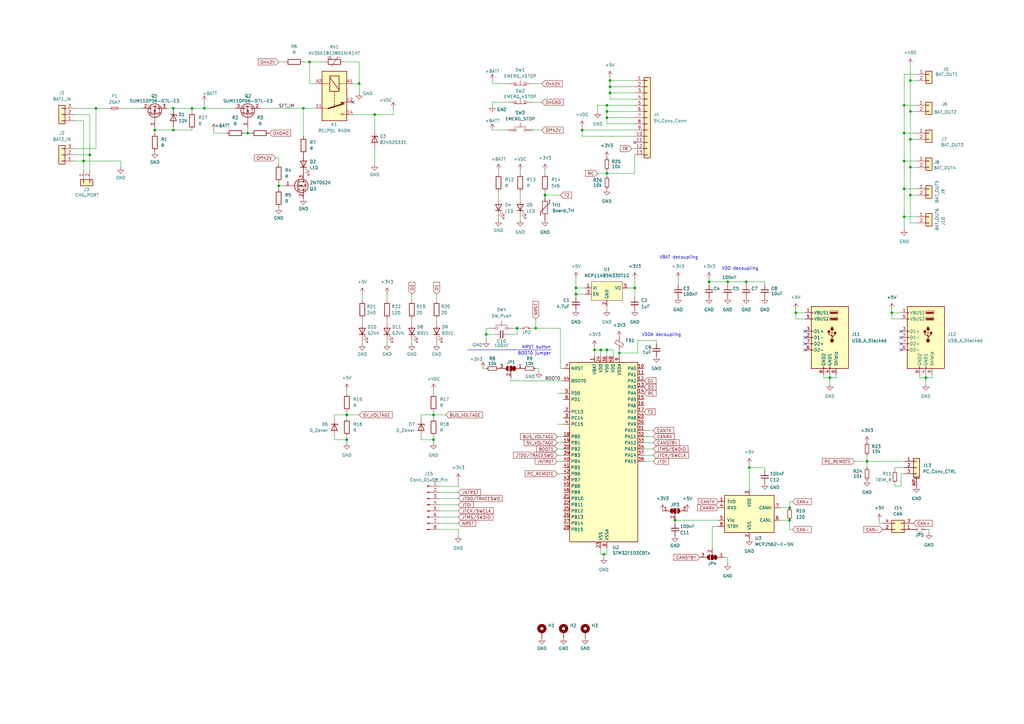
<source format=kicad_sch>
(kicad_sch (version 20231120) (generator "eeschema") (generator_version "8.0")
  (paper "A3")
  (junction (at 370.84 66.04))
  (junction (at 177.8 180.34))
  (junction (at 290.83 115.57))
  (junction (at 373.38 33.02))
  (junction (at 236.22 118.11))
  (junction (at 365.76 128.27))
  (junction (at 276.86 213.36))
  (junction (at 142.24 170.18))
  (junction (at 71.12 44.45))
  (junction (at 63.5 53.34))
  (junction (at 323.85 208.28))
  (junction (at 223.52 80.01))
  (junction (at 247.65 227.33))
  (junction (at 250.19 38.1))
  (junction (at 307.34 191.77))
  (junction (at 370.84 88.9))
  (junction (at 78.74 44.45))
  (junction (at 114.3 76.2))
  (junction (at 355.6 189.23))
  (junction (at 306.07 115.57))
  (junction (at 298.45 115.57))
  (junction (at 373.38 68.58))
  (junction (at 177.8 170.18))
  (junction (at 127 25.4))
  (junction (at 370.84 43.18))
  (junction (at 340.36 154.94))
  (junction (at 370.84 54.61))
  (junction (at 36.83 63.5))
  (junction (at 248.92 43.18))
  (junction (at 243.84 143.51))
  (junction (at 323.85 213.36))
  (junction (at 326.39 128.27))
  (junction (at 379.73 154.94))
  (junction (at 248.92 71.12))
  (junction (at 373.38 45.72))
  (junction (at 124.46 44.45))
  (junction (at 83.82 44.45))
  (junction (at 238.76 53.34))
  (junction (at 142.24 180.34))
  (junction (at 147.32 34.29))
  (junction (at 260.35 118.11))
  (junction (at 39.37 44.45))
  (junction (at 254 144.78))
  (junction (at 250.19 33.02))
  (junction (at 373.38 57.15))
  (junction (at 71.12 53.34))
  (junction (at 248.92 143.51))
  (junction (at 236.22 120.65))
  (junction (at 199.39 137.16))
  (junction (at 248.92 45.72))
  (junction (at 370.84 77.47))
  (junction (at 373.38 80.01))
  (junction (at 101.6 54.61))
  (junction (at 250.19 35.56))
  (junction (at 34.29 66.04))
  (junction (at 219.71 134.62))
  (junction (at 246.38 143.51))
  (junction (at 248.92 48.26))
  (junction (at 153.67 46.99))
  (junction (at 212.09 134.62))
  (no_connect (at 369.57 143.51))
  (no_connect (at 369.57 140.97))
  (no_connect (at 330.2 140.97))
  (no_connect (at 369.57 138.43))
  (no_connect (at 369.57 135.89))
  (no_connect (at 330.2 138.43))
  (no_connect (at 260.35 58.42))
  (no_connect (at 330.2 143.51))
  (no_connect (at 330.2 135.89))
  (no_connect (at 144.78 41.91))
  (wire (pts (xy 201.93 53.34) (xy 208.28 53.34)))
  (wire (pts (xy 298.45 115.57) (xy 306.07 115.57)))
  (wire (pts (xy 370.84 54.61) (xy 370.84 66.04)))
  (wire (pts (xy 71.12 44.45) (xy 78.74 44.45)))
  (wire (pts (xy 228.6 173.99) (xy 231.14 173.99)))
  (wire (pts (xy 246.38 143.51) (xy 246.38 146.05)))
  (wire (pts (xy 236.22 120.65) (xy 236.22 121.92)))
  (wire (pts (xy 269.24 139.7) (xy 269.24 140.97)))
  (wire (pts (xy 238.76 53.34) (xy 260.35 53.34)))
  (wire (pts (xy 222.25 53.34) (xy 218.44 53.34)))
  (wire (pts (xy 313.69 191.77) (xy 313.69 193.04)))
  (wire (pts (xy 39.37 44.45) (xy 44.45 44.45)))
  (wire (pts (xy 369.57 128.27) (xy 365.76 128.27)))
  (wire (pts (xy 36.83 46.99) (xy 36.83 63.5)))
  (wire (pts (xy 375.92 77.47) (xy 370.84 77.47)))
  (wire (pts (xy 367.03 193.04) (xy 367.03 191.77)))
  (wire (pts (xy 148.59 130.81) (xy 148.59 132.08)))
  (wire (pts (xy 30.48 44.45) (xy 39.37 44.45)))
  (wire (pts (xy 114.3 64.77) (xy 114.3 67.31)))
  (wire (pts (xy 30.48 60.96) (xy 39.37 60.96)))
  (wire (pts (xy 260.35 118.11) (xy 260.35 121.92)))
  (wire (pts (xy 337.82 154.94) (xy 340.36 154.94)))
  (wire (pts (xy 326.39 127) (xy 326.39 128.27)))
  (wire (pts (xy 326.39 128.27) (xy 326.39 130.81)))
  (wire (pts (xy 267.97 186.69) (xy 264.16 186.69)))
  (wire (pts (xy 127 25.4) (xy 127 34.29)))
  (wire (pts (xy 250.19 33.02) (xy 250.19 35.56)))
  (wire (pts (xy 373.38 26.67) (xy 373.38 33.02)))
  (wire (pts (xy 124.46 44.45) (xy 129.54 44.45)))
  (wire (pts (xy 34.29 66.04) (xy 34.29 69.85)))
  (wire (pts (xy 78.74 44.45) (xy 83.82 44.45)))
  (wire (pts (xy 355.6 189.23) (xy 370.84 189.23)))
  (wire (pts (xy 158.75 139.7) (xy 158.75 140.97)))
  (wire (pts (xy 257.81 118.11) (xy 260.35 118.11)))
  (wire (pts (xy 172.72 170.18) (xy 177.8 170.18)))
  (wire (pts (xy 158.75 130.81) (xy 158.75 132.08)))
  (wire (pts (xy 373.38 80.01) (xy 373.38 91.44)))
  (wire (pts (xy 367.03 199.39) (xy 367.03 198.12)))
  (wire (pts (xy 158.75 120.65) (xy 158.75 123.19)))
  (wire (pts (xy 313.69 191.77) (xy 307.34 191.77)))
  (wire (pts (xy 148.59 139.7) (xy 148.59 140.97)))
  (wire (pts (xy 355.6 189.23) (xy 355.6 186.69)))
  (wire (pts (xy 245.11 71.12) (xy 248.92 71.12)))
  (wire (pts (xy 365.76 128.27) (xy 365.76 130.81)))
  (wire (pts (xy 276.86 213.36) (xy 294.64 213.36)))
  (wire (pts (xy 101.6 52.07) (xy 101.6 54.61)))
  (wire (pts (xy 168.91 130.81) (xy 168.91 132.08)))
  (wire (pts (xy 201.93 41.91) (xy 208.28 41.91)))
  (wire (pts (xy 168.91 139.7) (xy 168.91 140.97)))
  (wire (pts (xy 213.36 88.9) (xy 213.36 90.17)))
  (wire (pts (xy 177.8 181.61) (xy 177.8 180.34)))
  (wire (pts (xy 137.16 171.45) (xy 137.16 170.18)))
  (wire (pts (xy 201.93 33.02) (xy 201.93 34.29)))
  (wire (pts (xy 323.85 217.17) (xy 325.12 217.17)))
  (wire (pts (xy 177.8 168.91) (xy 177.8 170.18)))
  (wire (pts (xy 340.36 154.94) (xy 340.36 157.48)))
  (wire (pts (xy 228.6 179.07) (xy 231.14 179.07)))
  (wire (pts (xy 267.97 181.61) (xy 264.16 181.61)))
  (wire (pts (xy 340.36 153.67) (xy 340.36 154.94)))
  (wire (pts (xy 63.5 53.34) (xy 63.5 54.61)))
  (wire (pts (xy 370.84 30.48) (xy 370.84 43.18)))
  (wire (pts (xy 223.52 80.01) (xy 229.87 80.01)))
  (wire (pts (xy 238.76 52.07) (xy 238.76 53.34)))
  (wire (pts (xy 340.36 154.94) (xy 342.9 154.94)))
  (wire (pts (xy 236.22 114.3) (xy 236.22 118.11)))
  (wire (pts (xy 370.84 66.04) (xy 370.84 77.47)))
  (wire (pts (xy 222.25 34.29) (xy 218.44 34.29)))
  (wire (pts (xy 370.84 88.9) (xy 370.84 93.98)))
  (wire (pts (xy 267.97 184.15) (xy 264.16 184.15)))
  (wire (pts (xy 248.92 43.18) (xy 248.92 45.72)))
  (wire (pts (xy 375.92 80.01) (xy 373.38 80.01)))
  (wire (pts (xy 180.34 204.47) (xy 187.96 204.47)))
  (wire (pts (xy 147.32 34.29) (xy 144.78 34.29)))
  (wire (pts (xy 306.07 116.84) (xy 306.07 115.57)))
  (wire (pts (xy 161.29 44.45) (xy 161.29 46.99)))
  (wire (pts (xy 144.78 46.99) (xy 153.67 46.99)))
  (wire (pts (xy 250.19 40.64) (xy 260.35 40.64)))
  (wire (pts (xy 179.07 139.7) (xy 179.07 140.97)))
  (wire (pts (xy 87.63 53.34) (xy 87.63 54.61)))
  (wire (pts (xy 83.82 41.91) (xy 83.82 44.45)))
  (wire (pts (xy 375.92 68.58) (xy 373.38 68.58)))
  (wire (pts (xy 78.74 44.45) (xy 78.74 45.72)))
  (wire (pts (xy 201.93 41.91) (xy 201.93 43.18)))
  (wire (pts (xy 307.34 190.5) (xy 307.34 191.77)))
  (wire (pts (xy 298.45 115.57) (xy 298.45 116.84)))
  (wire (pts (xy 323.85 217.17) (xy 323.85 213.36)))
  (wire (pts (xy 248.92 71.12) (xy 248.92 72.39)))
  (wire (pts (xy 307.34 191.77) (xy 307.34 200.66)))
  (wire (pts (xy 30.48 63.5) (xy 36.83 63.5)))
  (wire (pts (xy 68.58 44.45) (xy 71.12 44.45)))
  (wire (pts (xy 278.13 114.3) (xy 278.13 116.84)))
  (wire (pts (xy 212.09 137.16) (xy 208.28 137.16)))
  (wire (pts (xy 228.6 194.31) (xy 231.14 194.31)))
  (wire (pts (xy 83.82 44.45) (xy 96.52 44.45)))
  (wire (pts (xy 114.3 25.4) (xy 116.84 25.4)))
  (wire (pts (xy 254 144.78) (xy 254 143.51)))
  (wire (pts (xy 243.84 146.05) (xy 243.84 143.51)))
  (wire (pts (xy 375.92 45.72) (xy 373.38 45.72)))
  (wire (pts (xy 375.92 30.48) (xy 370.84 30.48)))
  (wire (pts (xy 292.1 215.9) (xy 292.1 224.79)))
  (wire (pts (xy 199.39 137.16) (xy 203.2 137.16)))
  (wire (pts (xy 375.92 66.04) (xy 370.84 66.04)))
  (wire (pts (xy 245.11 45.72) (xy 245.11 43.18)))
  (wire (pts (xy 180.34 209.55) (xy 187.96 209.55)))
  (wire (pts (xy 313.69 116.84) (xy 313.69 115.57)))
  (wire (pts (xy 229.87 134.62) (xy 219.71 134.62)))
  (wire (pts (xy 223.52 69.85) (xy 223.52 71.12)))
  (wire (pts (xy 127 34.29) (xy 129.54 34.29)))
  (wire (pts (xy 142.24 160.02) (xy 142.24 161.29)))
  (wire (pts (xy 30.48 49.53) (xy 34.29 49.53)))
  (wire (pts (xy 71.12 53.34) (xy 63.5 53.34)))
  (wire (pts (xy 49.53 44.45) (xy 58.42 44.45)))
  (wire (pts (xy 218.44 134.62) (xy 219.71 134.62)))
  (wire (pts (xy 248.92 143.51) (xy 248.92 146.05)))
  (wire (pts (xy 250.19 38.1) (xy 250.19 40.64)))
  (wire (pts (xy 248.92 71.12) (xy 260.35 71.12)))
  (wire (pts (xy 248.92 45.72) (xy 248.92 48.26)))
  (wire (pts (xy 365.76 127) (xy 365.76 128.27)))
  (wire (pts (xy 337.82 153.67) (xy 337.82 154.94)))
  (wire (pts (xy 367.03 191.77) (xy 370.84 191.77)))
  (wire (pts (xy 248.92 48.26) (xy 248.92 50.8)))
  (wire (pts (xy 373.38 45.72) (xy 373.38 57.15)))
  (wire (pts (xy 147.32 170.18) (xy 142.24 170.18)))
  (wire (pts (xy 377.19 153.67) (xy 377.19 154.94)))
  (wire (pts (xy 177.8 160.02) (xy 177.8 161.29)))
  (wire (pts (xy 30.48 46.99) (xy 36.83 46.99)))
  (wire (pts (xy 260.35 38.1) (xy 250.19 38.1)))
  (wire (pts (xy 180.34 201.93) (xy 187.96 201.93)))
  (wire (pts (xy 114.3 74.93) (xy 114.3 76.2)))
  (wire (pts (xy 373.38 91.44) (xy 375.92 91.44)))
  (wire (pts (xy 264.16 189.23) (xy 267.97 189.23)))
  (wire (pts (xy 330.2 130.81) (xy 326.39 130.81)))
  (wire (pts (xy 220.98 151.13) (xy 219.71 151.13)))
  (wire (pts (xy 382.27 154.94) (xy 382.27 153.67)))
  (wire (pts (xy 228.6 161.29) (xy 231.14 161.29)))
  (wire (pts (xy 375.92 33.02) (xy 373.38 33.02)))
  (wire (pts (xy 101.6 54.61) (xy 102.87 54.61)))
  (wire (pts (xy 360.68 213.36) (xy 360.68 214.63)))
  (wire (pts (xy 251.46 143.51) (xy 251.46 146.05)))
  (wire (pts (xy 153.67 60.96) (xy 153.67 67.31)))
  (wire (pts (xy 228.6 186.69) (xy 231.14 186.69)))
  (wire (pts (xy 251.46 143.51) (xy 248.92 143.51)))
  (wire (pts (xy 370.84 77.47) (xy 370.84 88.9)))
  (wire (pts (xy 248.92 69.85) (xy 248.92 71.12)))
  (wire (pts (xy 78.74 53.34) (xy 71.12 53.34)))
  (wire (pts (xy 114.3 76.2) (xy 114.3 77.47)))
  (wire (pts (xy 313.69 115.57) (xy 306.07 115.57)))
  (wire (pts (xy 213.36 78.74) (xy 213.36 81.28)))
  (wire (pts (xy 137.16 180.34) (xy 137.16 179.07)))
  (wire (pts (xy 245.11 43.18) (xy 248.92 43.18)))
  (wire (pts (xy 220.98 151.13) (xy 220.98 152.4)))
  (wire (pts (xy 375.92 57.15) (xy 373.38 57.15)))
  (wire (pts (xy 248.92 227.33) (xy 247.65 227.33)))
  (wire (pts (xy 179.07 120.65) (xy 179.07 123.19)))
  (wire (pts (xy 30.48 66.04) (xy 34.29 66.04)))
  (wire (pts (xy 137.16 170.18) (xy 142.24 170.18)))
  (wire (pts (xy 219.71 130.81) (xy 219.71 134.62)))
  (wire (pts (xy 172.72 180.34) (xy 177.8 180.34)))
  (wire (pts (xy 204.47 69.85) (xy 204.47 71.12)))
  (wire (pts (xy 238.76 55.88) (xy 238.76 53.34)))
  (wire (pts (xy 106.68 44.45) (xy 124.46 44.45)))
  (wire (pts (xy 179.07 130.81) (xy 179.07 132.08)))
  (wire (pts (xy 248.92 125.73) (xy 248.92 127)))
  (wire (pts (xy 290.83 114.3) (xy 290.83 115.57)))
  (wire (pts (xy 369.57 194.31) (xy 369.57 199.39)))
  (wire (pts (xy 254 146.05) (xy 254 144.78)))
  (wire (pts (xy 248.92 48.26) (xy 260.35 48.26)))
  (wire (pts (xy 264.16 176.53) (xy 267.97 176.53)))
  (wire (pts (xy 379.73 154.94) (xy 379.73 157.48)))
  (wire (pts (xy 370.84 43.18) (xy 370.84 54.61)))
  (wire (pts (xy 261.62 139.7) (xy 269.24 139.7)))
  (wire (pts (xy 320.04 208.28) (xy 323.85 208.28)))
  (wire (pts (xy 254 144.78) (xy 261.62 144.78)))
  (polyline (pts (xy 191.77 143.51) (xy 226.06 143.51)))
  (wire (pts (xy 137.16 180.34) (xy 142.24 180.34)))
  (wire (pts (xy 250.19 35.56) (xy 250.19 38.1)))
  (wire (pts (xy 260.35 71.12) (xy 260.35 63.5)))
  (wire (pts (xy 34.29 66.04) (xy 49.53 66.04)))
  (wire (pts (xy 248.92 143.51) (xy 246.38 143.51)))
  (wire (pts (xy 198.12 151.13) (xy 199.39 151.13)))
  (wire (pts (xy 153.67 46.99) (xy 161.29 46.99)))
  (wire (pts (xy 379.73 154.94) (xy 382.27 154.94)))
  (wire (pts (xy 294.64 215.9) (xy 292.1 215.9)))
  (wire (pts (xy 200.66 134.62) (xy 199.39 134.62)))
  (wire (pts (xy 140.97 25.4) (xy 147.32 25.4)))
  (wire (pts (xy 209.55 154.94) (xy 209.55 156.21)))
  (wire (pts (xy 260.35 33.02) (xy 250.19 33.02)))
  (wire (pts (xy 375.92 43.18) (xy 370.84 43.18)))
  (wire (pts (xy 323.85 205.74) (xy 325.12 205.74)))
  (wire (pts (xy 238.76 55.88) (xy 260.35 55.88)))
  (wire (pts (xy 180.34 207.01) (xy 187.96 207.01)))
  (wire (pts (xy 360.68 214.63) (xy 361.95 214.63)))
  (wire (pts (xy 236.22 118.11) (xy 240.03 118.11)))
  (wire (pts (xy 248.92 50.8) (xy 260.35 50.8)))
  (wire (pts (xy 147.32 25.4) (xy 147.32 34.29)))
  (wire (pts (xy 213.36 69.85) (xy 213.36 71.12)))
  (wire (pts (xy 204.47 88.9) (xy 204.47 90.17)))
  (wire (pts (xy 261.62 144.78) (xy 261.62 139.7)))
  (wire (pts (xy 247.65 227.33) (xy 247.65 228.6)))
  (wire (pts (xy 142.24 180.34) (xy 142.24 179.07)))
  (wire (pts (xy 199.39 137.16) (xy 199.39 139.7)))
  (wire (pts (xy 168.91 120.65) (xy 168.91 123.19)))
  (wire (pts (xy 142.24 181.61) (xy 142.24 180.34)))
  (wire (pts (xy 222.25 41.91) (xy 218.44 41.91)))
  (wire (pts (xy 240.03 120.65) (xy 236.22 120.65)))
  (wire (pts (xy 350.52 189.23) (xy 355.6 189.23)))
  (wire (pts (xy 101.6 54.61) (xy 100.33 54.61)))
  (wire (pts (xy 229.87 134.62) (xy 229.87 151.13)))
  (wire (pts (xy 187.96 199.39) (xy 187.96 196.85)))
  (wire (pts (xy 63.5 53.34) (xy 63.5 52.07)))
  (wire (pts (xy 127 25.4) (xy 133.35 25.4)))
  (wire (pts (xy 379.73 217.17) (xy 381 217.17)))
  (wire (pts (xy 177.8 170.18) (xy 177.8 171.45)))
  (wire (pts (xy 180.34 212.09) (xy 187.96 212.09)))
  (wire (pts (xy 210.82 134.62) (xy 212.09 134.62)))
  (wire (pts (xy 229.87 151.13) (xy 231.14 151.13)))
  (wire (pts (xy 377.19 154.94) (xy 379.73 154.94)))
  (wire (pts (xy 34.29 49.53) (xy 34.29 66.04)))
  (wire (pts (xy 264.16 179.07) (xy 267.97 179.07)))
  (wire (pts (xy 298.45 228.6) (xy 298.45 231.14)))
  (wire (pts (xy 228.6 184.15) (xy 231.14 184.15)))
  (wire (pts (xy 223.52 78.74) (xy 223.52 80.01)))
  (wire (pts (xy 212.09 134.62) (xy 213.36 134.62)))
  (wire (pts (xy 71.12 52.07) (xy 71.12 53.34)))
  (wire (pts (xy 248.92 224.79) (xy 248.92 227.33)))
  (wire (pts (xy 113.03 64.77) (xy 114.3 64.77)))
  (wire (pts (xy 260.35 35.56) (xy 250.19 35.56)))
  (wire (pts (xy 147.32 34.29) (xy 147.32 38.1)))
  (wire (pts (xy 172.72 171.45) (xy 172.72 170.18)))
  (wire (pts (xy 172.72 180.34) (xy 172.72 179.07)))
  (wire (pts (xy 323.85 205.74) (xy 323.85 208.28)))
  (wire (pts (xy 180.34 199.39) (xy 187.96 199.39)))
  (wire (pts (xy 260.35 114.3) (xy 260.35 118.11)))
  (wire (pts (xy 201.93 34.29) (xy 208.28 34.29)))
  (wire (pts (xy 370.84 88.9) (xy 375.92 88.9)))
  (wire (pts (xy 36.83 63.5) (xy 36.83 69.85)))
  (wire (pts (xy 373.38 33.02) (xy 373.38 45.72)))
  (wire (pts (xy 260.35 60.96) (xy 259.08 60.96)))
  (wire (pts (xy 124.46 44.45) (xy 124.46 55.88)))
  (wire (pts (xy 49.53 66.04) (xy 49.53 68.58)))
  (wire (pts (xy 114.3 76.2) (xy 116.84 76.2)))
  (wire (pts (xy 342.9 154.94) (xy 342.9 153.67)))
  (wire (pts (xy 379.73 153.67) (xy 379.73 154.94)))
  (wire (pts (xy 39.37 60.96) (xy 39.37 44.45)))
  (wire (pts (xy 369.57 194.31) (xy 370.84 194.31)))
  (wire (pts (xy 290.83 115.57) (xy 298.45 115.57)))
  (wire (pts (xy 236.22 120.65) (xy 236.22 118.11)))
  (wire (pts (xy 330.2 128.27) (xy 326.39 128.27)))
  (wire (pts (xy 369.57 199.39) (xy 367.03 199.39)))
  (wire (pts (xy 87.63 54.61) (xy 92.71 54.61)))
  (wire (pts (xy 246.38 224.79) (xy 246.38 227.33)))
  (wire (pts (xy 124.46 25.4) (xy 127 25.4)))
  (wire (pts (xy 355.6 189.23) (xy 355.6 191.77)))
  (wire (pts (xy 290.83 115.57) (xy 290.83 116.84)))
  (wire (pts (xy 248.92 45.72) (xy 260.35 45.72)))
  (wire (pts (xy 369.57 130.81) (xy 365.76 130.81)))
  (wire (pts (xy 180.34 217.17) (xy 187.96 217.17)))
  (wire (pts (xy 182.88 170.18) (xy 177.8 170.18)))
  (wire (pts (xy 250.19 31.75) (xy 250.19 33.02)))
  (wire (pts (xy 204.47 78.74) (xy 204.47 81.28)))
  (wire (pts (xy 276.86 214.63) (xy 276.86 213.36)))
  (wire (pts (xy 381 217.17) (xy 381 218.44)))
  (wire (pts (xy 260.35 43.18) (xy 248.92 43.18)))
  (wire (pts (xy 142.24 170.18) (xy 142.24 171.45)))
  (wire (pts (xy 148.59 120.65) (xy 148.59 123.19)))
  (wire (pts (xy 177.8 180.34) (xy 177.8 179.07)))
  (wire (pts (xy 243.84 142.24) (xy 243.84 143.51)))
  (wire (pts (xy 142.24 168.91) (xy 142.24 170.18)))
  (wire (pts (xy 228.6 181.61) (xy 231.14 181.61)))
  (wire (pts (xy 373.38 57.15) (xy 373.38 68.58)))
  (wire (pts (xy 209.55 156.21) (xy 231.14 156.21)))
  (wire (pts (xy 243.84 143.51) (xy 246.38 143.51)))
  (wire (pts (xy 297.18 228.6) (xy 298.45 228.6)))
  (wire (pts (xy 199.39 134.62) (xy 199.39 137.16)))
  (wire (pts (xy 180.34 214.63) (xy 187.96 214.63)))
  (wire (pts (xy 228.6 189.23) (xy 231.14 189.23)))
  (wire (pts (xy 375.92 54.61) (xy 370.84 54.61)))
  (wire (pts (xy 373.38 68.58) (xy 373.38 80.01)))
  (wire (pts (xy 246.38 227.33) (xy 247.65 227.33)))
  (wire (pts (xy 187.96 217.17) (xy 187.96 219.71)))
  (wire (pts (xy 212.09 137.16) (xy 212.09 134.62)))
  (wire (pts (xy 153.67 46.99) (xy 153.67 53.34)))
  (wire (pts (xy 320.04 213.36) (xy 323.85 213.36)))
  (text "VBAT decoupling" (at 278.384 105.664 0) (effects (font (size 1.27 1.27))))
  (text "BOOT0 jumper" (at 219.202 145.034 0) (effects (font (size 1.27 1.27))))
  (text "VDD decoupling\n" (at 303.53 110.236 0) (effects (font (size 1.27 1.27))))
  (text "NRST button" (at 219.964 142.494 0) (effects (font (size 1.27 1.27))))
  (text "VDDA decoupling" (at 271.272 137.414 0) (effects (font (size 1.27 1.27))))
  (label "BOOT0" (at 223.52 156.21 0))
  (label "SFT_IM" (at 114.3 44.45 0))
  (global_label "D2" (shape input) (at 264.16 158.75 0) (property "Intersheetrefs" "${INTERSHEET_REFS}" (effects (hide yes))))
  (global_label "JTDI" (shape input) (at 267.97 189.23 0) (property "Intersheetrefs" "${INTERSHEET_REFS}" (effects (hide yes))))
  (global_label "CAN-" (shape input) (at 361.95 217.17 180) (property "Intersheetrefs" "${INTERSHEET_REFS}" (effects (hide yes))))
  (global_label "JTCK{slash}SWCLK" (shape input) (at 187.96 209.55 0) (property "Intersheetrefs" "${INTERSHEET_REFS}" (effects (hide yes))))
  (global_label "Off42V" (shape input) (at 113.03 64.77 180) (property "Intersheetrefs" "${INTERSHEET_REFS}" (effects (hide yes))))
  (global_label "T2" (shape input) (at 229.87 80.01 0) (property "Intersheetrefs" "${INTERSHEET_REFS}" (effects (hide yes))))
  (global_label "CANRX" (shape input) (at 267.97 179.07 0) (property "Intersheetrefs" "${INTERSHEET_REFS}" (effects (hide yes))))
  (global_label "CAN+" (shape input) (at 374.65 214.63 0) (property "Intersheetrefs" "${INTERSHEET_REFS}" (effects (hide yes))))
  (global_label "CANRX" (shape input) (at 294.64 208.28 180) (property "Intersheetrefs" "${INTERSHEET_REFS}" (effects (hide yes))))
  (global_label "BUS_VOLTAGE" (shape input) (at 182.88 170.18 0) (property "Intersheetrefs" "${INTERSHEET_REFS}" (effects (hide yes))))
  (global_label "Off42V" (shape input) (at 222.25 53.34 0) (property "Intersheetrefs" "${INTERSHEET_REFS}" (effects (hide yes))))
  (global_label "RC" (shape input) (at 245.11 71.12 180) (property "Intersheetrefs" "${INTERSHEET_REFS}" (effects (hide yes))))
  (global_label "NRST" (shape input) (at 187.96 214.63 0) (property "Intersheetrefs" "${INTERSHEET_REFS}" (effects (hide yes))))
  (global_label "JTDI" (shape input) (at 187.96 207.01 0) (property "Intersheetrefs" "${INTERSHEET_REFS}" (effects (hide yes))))
  (global_label "JTDO{slash}TRACESWO" (shape input) (at 187.96 204.47 0) (property "Intersheetrefs" "${INTERSHEET_REFS}" (effects (hide yes))))
  (global_label "CANSTBY" (shape input) (at 267.97 181.61 0) (property "Intersheetrefs" "${INTERSHEET_REFS}" (effects (hide yes))))
  (global_label "D1" (shape input) (at 264.16 156.21 0) (property "Intersheetrefs" "${INTERSHEET_REFS}" (effects (hide yes))))
  (global_label "OnGND" (shape input) (at 110.49 54.61 0) (property "Intersheetrefs" "${INTERSHEET_REFS}" (effects (hide yes))))
  (global_label "BUS_VOLTAGE" (shape input) (at 228.6 179.07 180) (property "Intersheetrefs" "${INTERSHEET_REFS}" (effects (hide yes))))
  (global_label "NRST" (shape input) (at 219.71 130.81 90) (property "Intersheetrefs" "${INTERSHEET_REFS}" (effects (hide yes))))
  (global_label "CANTX" (shape input) (at 294.64 205.74 180) (property "Intersheetrefs" "${INTERSHEET_REFS}" (effects (hide yes))))
  (global_label "JTDO{slash}TRACESWO" (shape input) (at 228.6 186.69 180) (property "Intersheetrefs" "${INTERSHEET_REFS}" (effects (hide yes))))
  (global_label "JTMS{slash}SWDIO" (shape input) (at 187.96 212.09 0) (property "Intersheetrefs" "${INTERSHEET_REFS}" (effects (hide yes))))
  (global_label "T2" (shape input) (at 264.16 168.91 0) (property "Intersheetrefs" "${INTERSHEET_REFS}" (effects (hide yes))))
  (global_label "PC_REMOTE" (shape input) (at 228.6 194.31 180) (property "Intersheetrefs" "${INTERSHEET_REFS}" (effects (hide yes))))
  (global_label "On42V" (shape input) (at 114.3 25.4 180) (property "Intersheetrefs" "${INTERSHEET_REFS}" (effects (hide yes))))
  (global_label "JTCK{slash}SWCLK" (shape input) (at 267.97 186.69 0) (property "Intersheetrefs" "${INTERSHEET_REFS}" (effects (hide yes))))
  (global_label "JNTRST" (shape input) (at 187.96 201.93 0) (property "Intersheetrefs" "${INTERSHEET_REFS}" (effects (hide yes))))
  (global_label "PC_REMOTE" (shape input) (at 350.52 189.23 180) (property "Intersheetrefs" "${INTERSHEET_REFS}" (effects (hide yes))))
  (global_label "5V_VOLTAGE" (shape input) (at 228.6 181.61 180) (property "Intersheetrefs" "${INTERSHEET_REFS}" (effects (hide yes))))
  (global_label "On42V" (shape input) (at 222.25 34.29 0) (property "Intersheetrefs" "${INTERSHEET_REFS}" (effects (hide yes))))
  (global_label "CAN-" (shape input) (at 325.12 217.17 0) (property "Intersheetrefs" "${INTERSHEET_REFS}" (effects (hide yes))))
  (global_label "BOOT1" (shape input) (at 228.6 184.15 180) (property "Intersheetrefs" "${INTERSHEET_REFS}" (effects (hide yes))))
  (global_label "RC" (shape input) (at 264.16 161.29 0) (property "Intersheetrefs" "${INTERSHEET_REFS}" (effects (hide yes))))
  (global_label "CAN+" (shape input) (at 325.12 205.74 0) (property "Intersheetrefs" "${INTERSHEET_REFS}" (effects (hide yes))))
  (global_label "D2" (shape input) (at 168.91 120.65 90) (property "Intersheetrefs" "${INTERSHEET_REFS}" (effects (hide yes))))
  (global_label "TR" (shape input) (at 259.08 60.96 180) (property "Intersheetrefs" "${INTERSHEET_REFS}" (effects (hide yes))))
  (global_label "5V_VOLTAGE" (shape input) (at 147.32 170.18 0) (property "Intersheetrefs" "${INTERSHEET_REFS}" (effects (hide yes))))
  (global_label "CANSTBY" (shape input) (at 287.02 228.6 180) (property "Intersheetrefs" "${INTERSHEET_REFS}" (effects (hide yes))))
  (global_label "D1" (shape input) (at 179.07 120.65 90) (property "Intersheetrefs" "${INTERSHEET_REFS}" (effects (hide yes))))
  (global_label "JTMS{slash}SWDIO" (shape input) (at 267.97 184.15 0) (property "Intersheetrefs" "${INTERSHEET_REFS}" (effects (hide yes))))
  (global_label "CANTX" (shape input) (at 267.97 176.53 0) (property "Intersheetrefs" "${INTERSHEET_REFS}" (effects (hide yes))))
  (global_label "OnGND" (shape input) (at 222.25 41.91 0) (property "Intersheetrefs" "${INTERSHEET_REFS}" (effects (hide yes))))
  (global_label "JNTRST" (shape input) (at 228.6 189.23 180) (property "Intersheetrefs" "${INTERSHEET_REFS}" (effects (hide yes))))
  (symbol (lib_id "Switch:SW_Push_Open") (at 213.36 41.91 0) (unit 1)
    (property "Reference" "SW2" (at 213.36 37.338 0))
    (property "Value" "EMERG_nSTOP" (at 213.36 39.624 0))
    (property "Footprint" "firo_footprints:WAGO 2601-3102" (effects (hide yes)))
    (property "Description" "Push button switch, push-to-open, generic, two pins" (effects (hide yes)))
  )
  (symbol (lib_id "Switch:SW_Push") (at 213.36 53.34 0) (unit 1)
    (property "Reference" "SW3" (at 213.36 46.228 0))
    (property "Value" "EMERG_STOP" (at 213.36 48.768 0))
    (property "Footprint" "firo_footprints:WAGO 2601-3102" (effects (hide yes)))
    (property "Description" "Push button switch, generic, two pins" (effects (hide yes)))
  )
  (symbol (lib_id "Device:C_Small") (at 276.86 217.17 180) (unit 1)
    (property "Reference" "C11" (at 278.892 218.44 0) (effects (justify right)))
    (property "Value" "100nF" (at 278.892 215.9 0) (effects (justify right)))
    (property "Footprint" "Capacitor_SMD:C_0402_1005Metric" (effects (hide yes)))
    (property "Description" "Unpolarized capacitor, small symbol" (effects (hide yes)))
  )
  (symbol (lib_id "Connector_Generic:Conn_01x02") (at 381 66.04 0) (unit 1)
    (property "Reference" "J8" (at 385.318 66.548 0) (effects (justify right)))
    (property "Value" "BAT_OUT4" (at 392.176 68.834 0) (effects (justify right)))
    (property "Footprint" "Connector_AMASS:AMASS_XT60-F_1x02_P7.20mm_Vertical" (effects (hide yes)))
    (property "Description" "Generic connector, single row, 01x02, script generated (kicad-library-utils/schlib/autogen/connector/)" (effects (hide yes)))
  )
  (symbol (lib_id "power:+48V") (at 177.8 160.02 0) (unit 1)
    (property "Reference" "#PWR013" (effects (hide yes)))
    (property "Value" "+VDC" (at 177.8 155.448 0))
    (property "Description" "Power symbol creates a global label with name \"+48V\"" (effects (hide yes)))
  )
  (symbol (lib_id "power:GND") (at 187.96 219.71 0) (unit 1)
    (property "Reference" "#PWR016" (effects (hide yes)))
    (property "Value" "GND" (at 187.96 224.79 0))
    (property "Description" "Power symbol creates a global label with name \"GND\" , ground" (effects (hide yes)))
  )
  (symbol (lib_id "power:+3V3") (at 187.96 196.85 0) (unit 1)
    (property "Reference" "#PWR015" (effects (hide yes)))
    (property "Value" "+3V3" (at 187.96 191.77 0))
    (property "Description" "Power symbol creates a global label with name \"+3V3\"" (effects (hide yes)))
  )
  (symbol (lib_id "power:GND") (at 158.75 140.97 0) (unit 1)
    (property "Reference" "#PWR069" (effects (hide yes)))
    (property "Value" "GND" (at 158.75 145.288 0))
    (property "Description" "Power symbol creates a global label with name \"GND\" , ground" (effects (hide yes)))
  )
  (symbol (lib_id "power:GND") (at 204.47 90.17 0) (unit 1)
    (property "Reference" "#PWR02" (effects (hide yes)))
    (property "Value" "GND" (at 204.47 94.488 0))
    (property "Description" "Power symbol creates a global label with name \"GND\" , ground" (effects (hide yes)))
  )
  (symbol (lib_id "power:GND") (at 223.52 90.17 0) (unit 1)
    (property "Reference" "#PWR028" (effects (hide yes)))
    (property "Value" "GND" (at 223.52 95.25 0))
    (property "Description" "Power symbol creates a global label with name \"GND\" , ground" (effects (hide yes)))
  )
  (symbol (lib_id "Jumper:SolderJumper_3_Bridged12") (at 276.86 209.55 0) (unit 1) (exclude_from_sim yes) (in_bom no)
    (property "Reference" "JP3" (at 276.86 207.01 0))
    (property "Value" "SolderJumper_3_Bridged12" (effects (hide yes)))
    (property "Footprint" "Jumper:SolderJumper-3_P1.3mm_Bridged12_RoundedPad1.0x1.5mm" (effects (hide yes)))
    (property "Description" "3-pole Solder Jumper, pins 1+2 closed/bridged" (effects (hide yes)))
  )
  (symbol (lib_id "Device:R") (at 177.8 165.1 180) (unit 1)
    (property "Reference" "R17" (at 180.34 163.8299 0) (effects (justify right)))
    (property "Value" "R" (at 180.34 166.3699 0) (effects (justify right)))
    (property "Footprint" "Resistor_SMD:R_0402_1005Metric" (effects (hide yes)))
    (property "Description" "Resistor" (effects (hide yes)))
  )
  (symbol (lib_id "Device:D_Zener") (at 137.16 175.26 270) (unit 1)
    (property "Reference" "D6" (at 134.62 173.9899 90) (effects (justify right)))
    (property "Value" "D_Zener" (at 134.62 176.5299 90) (effects (justify right)))
    (property "Footprint" "Diode_SMD:D_SOD-523" (effects (hide yes)))
    (property "Description" "Zener diode" (effects (hide yes)))
  )
  (symbol (lib_id "Device:C_Small") (at 306.07 119.38 0) (unit 1)
    (property "Reference" "C7" (at 308.102 118.364 0) (effects (justify left)))
    (property "Value" "100nF" (at 296.164 113.792 0) (effects (justify left)))
    (property "Footprint" "Capacitor_SMD:C_0402_1005Metric" (effects (hide yes)))
    (property "Description" "Unpolarized capacitor, small symbol" (effects (hide yes)))
  )
  (symbol (lib_id "Device:R") (at 114.3 81.28 180) (unit 1)
    (property "Reference" "R5" (at 116.84 80.0099 0) (effects (justify right)))
    (property "Value" "R" (at 116.84 82.5499 0) (effects (justify right)))
    (property "Footprint" "Resistor_SMD:R_0402_1005Metric" (effects (hide yes)))
    (property "Description" "Resistor" (effects (hide yes)))
  )
  (symbol (lib_id "power:GND") (at 201.93 43.18 0) (unit 1)
    (property "Reference" "#PWR026" (effects (hide yes)))
    (property "Value" "GND" (at 205.74 44.958 0))
    (property "Description" "Power symbol creates a global label with name \"GND\" , ground" (effects (hide yes)))
  )
  (symbol (lib_id "power:+5V") (at 250.19 31.75 0) (mirror y) (unit 1)
    (property "Reference" "#PWR036" (effects (hide yes)))
    (property "Value" "+5V" (at 250.19 26.67 0))
    (property "Description" "Power symbol creates a global label with name \"+5V\"" (effects (hide yes)))
  )
  (symbol (lib_id "Device:R") (at 142.24 165.1 180) (unit 1)
    (property "Reference" "R15" (at 144.78 163.8299 0) (effects (justify right)))
    (property "Value" "R" (at 144.78 166.3699 0) (effects (justify right)))
    (property "Footprint" "Resistor_SMD:R_0402_1005Metric" (effects (hide yes)))
    (property "Description" "Resistor" (effects (hide yes)))
  )
  (symbol (lib_id "Device:D_Zener") (at 153.67 57.15 270) (unit 1)
    (property "Reference" "D3" (at 155.702 55.88 90) (effects (justify left)))
    (property "Value" "824520331" (at 155.702 58.42 90) (effects (justify left)))
    (property "Footprint" "Diode_SMD:D_SOD-128" (effects (hide yes)))
    (property "Description" "WURTH ELEKTRONIK TVS Diode" (effects (hide yes)))
  )
  (symbol (lib_id "power:+3V3") (at 223.52 69.85 0) (unit 1)
    (property "Reference" "#PWR027" (effects (hide yes)))
    (property "Value" "+3V3" (at 223.52 64.77 0))
    (property "Description" "Power symbol creates a global label with name \"+3V3\"" (effects (hide yes)))
  )
  (symbol (lib_id "Device:C_Small") (at 313.69 195.58 180) (unit 1)
    (property "Reference" "C12" (at 315.722 196.85 0) (effects (justify right)))
    (property "Value" "100nF" (at 315.722 194.31 0) (effects (justify right)))
    (property "Footprint" "Capacitor_SMD:C_0402_1005Metric" (effects (hide yes)))
    (property "Description" "Unpolarized capacitor, small symbol" (effects (hide yes)))
  )
  (symbol (lib_id "power:GND") (at 355.6 196.85 0) (unit 1)
    (property "Reference" "#PWR071" (effects (hide yes)))
    (property "Value" "GND" (at 355.6 201.93 0))
    (property "Description" "Power symbol creates a global label with name \"GND\" , ground" (effects (hide yes)))
  )
  (symbol (lib_id "Device:R_Small") (at 355.6 184.15 180) (unit 1)
    (property "Reference" "R23" (at 359.41 183.134 0))
    (property "Value" "10k" (at 359.41 185.166 0))
    (property "Footprint" "Resistor_SMD:R_0402_1005Metric" (effects (hide yes)))
    (property "Description" "Resistor, small symbol" (effects (hide yes)))
  )
  (symbol (lib_id "Device:R_Small") (at 217.17 151.13 270) (unit 1)
    (property "Reference" "R9" (at 217.17 147.066 90))
    (property "Value" "10k" (at 217.17 149.098 90))
    (property "Footprint" "Resistor_SMD:R_0402_1005Metric" (effects (hide yes)))
    (property "Description" "Resistor, small symbol" (effects (hide yes)))
  )
  (symbol (lib_id "Device:R") (at 114.3 71.12 180) (unit 1)
    (property "Reference" "R4" (at 116.84 69.8499 0) (effects (justify right)))
    (property "Value" "R" (at 116.84 72.3899 0) (effects (justify right)))
    (property "Footprint" "Resistor_SMD:R_0402_1005Metric" (effects (hide yes)))
    (property "Description" "Resistor" (effects (hide yes)))
  )
  (symbol (lib_id "Connector_Generic:Conn_01x02") (at 381 88.9 0) (unit 1)
    (property "Reference" "J10" (at 386.842 88.9 90) (effects (justify right)))
    (property "Value" "BAT_OUT6" (at 384.302 85.344 90) (effects (justify right)))
    (property "Footprint" "Connector_AMASS:AMASS_XT60-F_1x02_P7.20mm_Vertical" (effects (hide yes)))
    (property "Description" "Generic connector, single row, 01x02, script generated (kicad-library-utils/schlib/autogen/connector/)" (effects (hide yes)))
  )
  (symbol (lib_id "power:GND") (at 276.86 219.71 0) (unit 1)
    (property "Reference" "#PWR040" (effects (hide yes)))
    (property "Value" "GND" (at 276.86 223.774 0))
    (property "Description" "Power symbol creates a global label with name \"GND\" , ground" (effects (hide yes)))
  )
  (symbol (lib_id "power:GND") (at 114.3 85.09 0) (unit 1)
    (property "Reference" "#PWR06" (effects (hide yes)))
    (property "Value" "GND" (at 114.3 89.408 0))
    (property "Description" "Power symbol creates a global label with name \"GND\" , ground" (effects (hide yes)))
  )
  (symbol (lib_id "Mechanical:MountingHole_Pad") (at 240.03 259.08 0) (unit 1) (exclude_from_sim yes) (in_bom no)
    (property "Reference" "H3" (at 242.57 256.5399 0) (effects (justify left)))
    (property "Value" "MountingHole_Pad" (effects (hide yes)))
    (property "Footprint" "MountingHole:MountingHole_3.2mm_M3_Pad_Via" (effects (hide yes)))
    (property "Description" "Mounting Hole with connection" (effects (hide yes)))
  )
  (symbol (lib_id "Device:Q_PMOS_GDS") (at 101.6 46.99 270) (mirror x) (unit 1)
    (property "Reference" "Q2" (at 100.33 39.37 90) (effects (justify left)))
    (property "Value" "SUM110P06-07L-E3" (at 91.44 41.402 90) (effects (justify left)))
    (property "Footprint" "Package_TO_SOT_SMD:TO-263-2" (effects (hide yes)))
    (property "Description" "P-MOSFET transistor, gate/drain/source" (effects (hide yes)))
  )
  (symbol (lib_id "Mechanical:MountingHole_Pad") (at 222.25 259.08 0) (unit 1) (exclude_from_sim yes) (in_bom no)
    (property "Reference" "H1" (at 224.79 256.5399 0) (effects (justify left)))
    (property "Value" "MountingHole_Pad" (effects (hide yes)))
    (property "Footprint" "MountingHole:MountingHole_3.2mm_M3_Pad_Via" (effects (hide yes)))
    (property "Description" "Mounting Hole with connection" (effects (hide yes)))
  )
  (symbol (lib_id "Device:LED") (at 158.75 135.89 90) (unit 1)
    (property "Reference" "D11" (at 160.782 134.112 90) (effects (justify right)))
    (property "Value" "G2V4" (at 160.782 136.652 90) (effects (justify right)))
    (property "Footprint" "LED_SMD:LED_0805_2012Metric" (effects (hide yes)))
    (property "Description" "Light emitting diode" (effects (hide yes)))
  )
  (symbol (lib_id "power:+3V3") (at 290.83 114.3 0) (unit 1)
    (property "Reference" "#PWR043" (effects (hide yes)))
    (property "Value" "+3V3" (at 290.83 109.22 0))
    (property "Description" "Power symbol creates a global label with name \"+3V3\"" (effects (hide yes)))
  )
  (symbol (lib_id "Device:R") (at 168.91 127 0) (unit 1)
    (property "Reference" "R19" (at 170.688 125.73 0) (effects (justify left)))
    (property "Value" "20" (at 170.688 128.27 0) (effects (justify left)))
    (property "Footprint" "Resistor_SMD:R_0805_2012Metric" (effects (hide yes)))
    (property "Description" "Resistor" (effects (hide yes)))
  )
  (symbol (lib_id "power:+48V") (at 213.36 69.85 0) (unit 1)
    (property "Reference" "#PWR023" (effects (hide yes)))
    (property "Value" "+VDC" (at 213.36 65.278 0))
    (property "Description" "Power symbol creates a global label with name \"+48V\"" (effects (hide yes)))
  )
  (symbol (lib_id "Device:Thermistor") (at 223.52 85.09 0) (mirror y) (unit 1)
    (property "Reference" "TH1" (at 230.124 84.074 0) (effects (justify left)))
    (property "Value" "Board_TH" (at 235.458 86.36 0) (effects (justify left)))
    (property "Footprint" "Resistor_SMD:R_0603_1608Metric" (effects (hide yes)))
    (property "Description" "Temperature dependent resistor" (effects (hide yes)))
  )
  (symbol (lib_id "power:+3V3") (at 271.78 209.55 0) (unit 1)
    (property "Reference" "#PWR039" (effects (hide yes)))
    (property "Value" "+3V3" (at 271.78 204.47 0))
    (property "Description" "Power symbol creates a global label with name \"+3V3\"" (effects (hide yes)))
  )
  (symbol (lib_id "Connector_Generic:Conn_01x03") (at 25.4 63.5 180) (unit 1)
    (property "Reference" "J2" (at 25.4 54.61 0))
    (property "Value" "BAT2_IN" (at 25.4 57.15 0))
    (property "Footprint" "firo_footprints:AMASS_MR60-M_1x03_Vertical" (effects (hide yes)))
    (property "Description" "Generic connector, single row, 01x03, script generated (kicad-library-utils/schlib/autogen/connector/)" (effects (hide yes)))
  )
  (symbol (lib_id "power:+3V3") (at 248.92 64.77 0) (unit 1)
    (property "Reference" "#PWR075" (effects (hide yes)))
    (property "Value" "+3V3" (at 248.92 59.69 0))
    (property "Description" "Power symbol creates a global label with name \"+3V3\"" (effects (hide yes)))
  )
  (symbol (lib_id "power:+5V") (at 142.24 160.02 0) (unit 1)
    (property "Reference" "#PWR08" (effects (hide yes)))
    (property "Value" "+5V" (at 142.24 154.94 0))
    (property "Description" "Power symbol creates a global label with name \"+5V\"" (effects (hide yes)))
  )
  (symbol (lib_id "power:+5V") (at 307.34 190.5 0) (unit 1)
    (property "Reference" "#PWR053" (effects (hide yes)))
    (property "Value" "+5V" (at 307.34 185.42 0))
    (property "Description" "Power symbol creates a global label with name \"+5V\"" (effects (hide yes)))
  )
  (symbol (lib_id "Device:D_Zener") (at 71.12 48.26 270) (unit 1)
    (property "Reference" "D1" (at 73.152 46.99 90) (effects (justify left)))
    (property "Value" "10V" (at 73.152 49.53 90) (effects (justify left)))
    (property "Footprint" "Diode_SMD:D_SOD-128" (effects (hide yes)))
    (property "Description" "Zener diode" (effects (hide yes)))
  )
  (symbol (lib_id "Device:R") (at 204.47 74.93 180) (unit 1)
    (property "Reference" "R12" (at 207.01 73.6599 0) (effects (justify right)))
    (property "Value" "R" (at 207.01 76.1999 0) (effects (justify right)))
    (property "Footprint" "Resistor_SMD:R_1206_3216Metric" (effects (hide yes)))
    (property "Description" "Resistor" (effects (hide yes)))
  )
  (symbol (lib_id "Jumper:Jumper_2_Small_Bridged") (at 215.9 134.62 0) (unit 1) (exclude_from_sim yes)
    (property "Reference" "JP2" (at 215.9 136.398 0))
    (property "Value" "Jumper_2_Small_Bridged" (effects (hide yes)))
    (property "Footprint" "Jumper:SolderJumper-2_P1.3mm_Bridged_RoundedPad1.0x1.5mm" (effects (hide yes)))
    (property "Description" "Jumper, 2-pole, small symbol, bridged" (effects (hide yes)))
  )
  (symbol (lib_id "power:GND") (at 124.46 81.28 0) (unit 1)
    (property "Reference" "#PWR07" (effects (hide yes)))
    (property "Value" "GND" (at 124.46 85.598 0))
    (property "Description" "Power symbol creates a global label with name \"GND\" , ground" (effects (hide yes)))
  )
  (symbol (lib_id "Device:LED") (at 124.46 67.31 90) (unit 1)
    (property "Reference" "D2" (at 127 66.294 90) (effects (justify right)))
    (property "Value" "LED" (at 127 68.834 90) (effects (justify right)))
    (property "Footprint" "LED_SMD:LED_0805_2012Metric" (effects (hide yes)))
    (property "Description" "Light emitting diode" (effects (hide yes)))
  )
  (symbol (lib_id "Device:LED") (at 148.59 135.89 90) (unit 1)
    (property "Reference" "D10" (at 150.622 134.112 90) (effects (justify right)))
    (property "Value" "G2V4" (at 150.622 136.652 90) (effects (justify right)))
    (property "Footprint" "LED_SMD:LED_0805_2012Metric" (effects (hide yes)))
    (property "Description" "Light emitting diode" (effects (hide yes)))
  )
  (symbol (lib_id "Device:C_Small") (at 269.24 143.51 0) (mirror y) (unit 1)
    (property "Reference" "C9" (at 267.208 142.494 0) (effects (justify left)))
    (property "Value" "1uF" (at 267.208 144.526 0) (effects (justify left)))
    (property "Footprint" "Capacitor_SMD:C_0805_2012Metric" (effects (hide yes)))
    (property "Description" "Unpolarized capacitor, small symbol" (effects (hide yes)))
  )
  (symbol (lib_id "power:GND") (at 298.45 121.92 0) (unit 1)
    (property "Reference" "#PWR046" (effects (hide yes)))
    (property "Value" "GND" (at 298.45 127 0))
    (property "Description" "Power symbol creates a global label with name \"GND\" , ground" (effects (hide yes)))
  )
  (symbol (lib_id "power:GND") (at 147.32 38.1 0) (unit 1)
    (property "Reference" "#PWR010" (effects (hide yes)))
    (property "Value" "GND" (at 150.876 38.354 0))
    (property "Description" "Power symbol creates a global label with name \"GND\" , ground" (effects (hide yes)))
  )
  (symbol (lib_id "power:GND") (at 220.98 152.4 0) (unit 1)
    (property "Reference" "#PWR025" (effects (hide yes)))
    (property "Value" "GND" (at 217.424 154.432 0))
    (property "Description" "Power symbol creates a global label with name \"GND\" , ground" (effects (hide yes)))
  )
  (symbol (lib_id "power:GND") (at 313.69 121.92 0) (unit 1)
    (property "Reference" "#PWR051" (effects (hide yes)))
    (property "Value" "GND" (at 313.69 127 0))
    (property "Description" "Power symbol creates a global label with name \"GND\" , ground" (effects (hide yes)))
  )
  (symbol (lib_id "Device:R") (at 213.36 74.93 180) (unit 1)
    (property "Reference" "R13" (at 215.9 73.6599 0) (effects (justify right)))
    (property "Value" "R" (at 215.9 76.1999 0) (effects (justify right)))
    (property "Footprint" "Resistor_SMD:R_1206_3216Metric" (effects (hide yes)))
    (property "Description" "Resistor" (effects (hide yes)))
  )
  (symbol (lib_id "power:GND") (at 248.92 127 0) (unit 1)
    (property "Reference" "#PWR035" (effects (hide yes)))
    (property "Value" "GND" (at 248.92 132.08 0))
    (property "Description" "Power symbol creates a global label with name \"GND\" , ground" (effects (hide yes)))
  )
  (symbol (lib_id "power:GND") (at 260.35 127 0) (unit 1)
    (property "Reference" "#PWR038" (effects (hide yes)))
    (property "Value" "GND" (at 260.35 132.08 0))
    (property "Description" "Power symbol creates a global label with name \"GND\" , ground" (effects (hide yes)))
  )
  (symbol (lib_id "power:+3V3") (at 158.75 120.65 0) (unit 1)
    (property "Reference" "#PWR068" (effects (hide yes)))
    (property "Value" "+3V3" (at 158.75 115.57 0))
    (property "Description" "Power symbol creates a global label with name \"+3V3\"" (effects (hide yes)))
  )
  (symbol (lib_id "Jumper:SolderJumper_3_Bridged12") (at 292.1 228.6 180) (unit 1) (exclude_from_sim yes) (in_bom no)
    (property "Reference" "JP4" (at 292.1 231.14 0))
    (property "Value" "SolderJumper_3_Bridged12" (effects (hide yes)))
    (property "Footprint" "Jumper:SolderJumper-3_P1.3mm_Bridged12_RoundedPad1.0x1.5mm" (effects (hide yes)))
    (property "Description" "3-pole Solder Jumper, pins 1+2 closed/bridged" (effects (hide yes)))
  )
  (symbol (lib_id "power:+5V") (at 365.76 127 0) (mirror y) (unit 1)
    (property "Reference" "#PWR059" (effects (hide yes)))
    (property "Value" "+5V" (at 365.76 121.92 0))
    (property "Description" "Power symbol creates a global label with name \"+5V\"" (effects (hide yes)))
  )
  (symbol (lib_id "Device:C_Small") (at 313.69 119.38 0) (unit 1)
    (property "Reference" "C8" (at 316.23 118.364 0) (effects (justify left)))
    (property "Value" "10uF" (at 316.23 120.396 0) (effects (justify left)))
    (property "Footprint" "Capacitor_SMD:C_0805_2012Metric" (effects (hide yes)))
    (property "Description" "Unpolarized capacitor, small symbol" (effects (hide yes)))
  )
  (symbol (lib_id "Device:Varistor") (at 137.16 25.4 270) (unit 1)
    (property "Reference" "RV1" (at 137.16 19.304 90))
    (property "Value" "AV30K1812801NIR1HT" (at 137.16 21.844 90))
    (property "Footprint" "Resistor_SMD:R_1812_4532Metric" (effects (hide yes)))
    (property "Description" "Voltage dependent resistor" (effects (hide yes)))
    (property "Sim.Name" "kicad_builtin_varistor" (effects (hide yes)))
    (property "Sim.Device" "SUBCKT" (effects (hide yes)))
    (property "Sim.Pins" "1=A 2=B" (effects (hide yes)))
    (property "Sim.Params" "threshold=1k" (effects (hide yes)))
    (property "Sim.Library" "${KICAD7_SYMBOL_DIR}/Simulation_SPICE.sp" (effects (hide yes)))
  )
  (symbol (lib_id "Connector_Generic:Conn_01x02") (at 381 77.47 0) (unit 1)
    (property "Reference" "J9" (at 386.842 77.47 90) (effects (justify right)))
    (property "Value" "BAT_OUT5" (at 384.302 73.914 90) (effects (justify right)))
    (property "Footprint" "Connector_AMASS:AMASS_XT60-F_1x02_P7.20mm_Vertical" (effects (hide yes)))
    (property "Description" "Generic connector, single row, 01x02, script generated (kicad-library-utils/schlib/autogen/connector/)" (effects (hide yes)))
  )
  (symbol (lib_id "power:+3V3") (at 260.35 114.3 0) (unit 1)
    (property "Reference" "#PWR037" (effects (hide yes)))
    (property "Value" "+3V3" (at 260.35 109.22 0))
    (property "Description" "Power symbol creates a global label with name \"+3V3\"" (effects (hide yes)))
  )
  (symbol (lib_id "power:GND") (at 63.5 62.23 0) (unit 1)
    (property "Reference" "#PWR04" (effects (hide yes)))
    (property "Value" "GND" (at 63.5 66.548 0))
    (property "Description" "Power symbol creates a global label with name \"GND\" , ground" (effects (hide yes)))
  )
  (symbol (lib_id "power:GND") (at 306.07 121.92 0) (unit 1)
    (property "Reference" "#PWR049" (effects (hide yes)))
    (property "Value" "GND" (at 306.07 127 0))
    (property "Description" "Power symbol creates a global label with name \"GND\" , ground" (effects (hide yes)))
  )
  (symbol (lib_id "power:+5V") (at 360.68 213.36 0) (unit 1)
    (property "Reference" "#PWR058" (effects (hide yes)))
    (property "Value" "+5V" (at 360.68 208.28 0))
    (property "Description" "Power symbol creates a global label with name \"+5V\"" (effects (hide yes)))
  )
  (symbol (lib_id "power:GND") (at 307.34 220.98 0) (unit 1)
    (property "Reference" "#PWR054" (effects (hide yes)))
    (property "Value" "GND" (at 307.34 226.06 0))
    (property "Description" "Power symbol creates a global label with name \"GND\" , ground" (effects (hide yes)))
  )
  (symbol (lib_id "Device:C_Small") (at 278.13 119.38 0) (unit 1)
    (property "Reference" "C3" (at 280.162 118.364 0) (effects (justify left)))
    (property "Value" "100nF" (at 280.162 120.65 0) (effects (justify left)))
    (property "Footprint" "Capacitor_SMD:C_0402_1005Metric" (effects (hide yes)))
    (property "Description" "Unpolarized capacitor, small symbol" (effects (hide yes)))
  )
  (symbol (lib_id "Connector:Conn_01x08_Pin") (at 175.26 207.01 0) (unit 1)
    (property "Reference" "J15" (at 175.895 194.31 0))
    (property "Value" "Conn_01x08_Pin" (at 175.895 196.85 0))
    (property "Footprint" "Connector_PinHeader_2.54mm:PinHeader_2x04_P2.54mm_Vertical" (effects (hide yes)))
    (property "Description" "Generic connector, single row, 01x08, script generated" (effects (hide yes)))
  )
  (symbol (lib_id "power:+BATT") (at 201.93 33.02 0) (unit 1)
    (property "Reference" "#PWR019" (effects (hide yes)))
    (property "Value" "+BATT" (at 201.93 29.21 0))
    (property "Description" "Power symbol creates a global label with name \"+BATT\"" (effects (hide yes)))
  )
  (symbol (lib_id "power:GND") (at 231.14 261.62 0) (unit 1)
    (property "Reference" "#PWR073" (effects (hide yes)))
    (property "Value" "GND" (at 231.14 265.938 0))
    (property "Description" "Power symbol creates a global label with name \"GND\" , ground" (effects (hide yes)))
  )
  (symbol (lib_id "Jumper:SolderJumper_3_Bridged12") (at 209.55 151.13 0) (mirror y) (unit 1) (exclude_from_sim yes) (in_bom no)
    (property "Reference" "JP1" (at 209.55 148.59 0))
    (property "Value" "SolderJumper_3_Bridged12" (effects (hide yes)))
    (property "Footprint" "Jumper:SolderJumper-3_P1.3mm_Bridged12_RoundedPad1.0x1.5mm" (effects (hide yes)))
    (property "Description" "3-pole Solder Jumper, pins 1+2 closed/bridged" (effects (hide yes)))
  )
  (symbol (lib_id "Device:R") (at 78.74 49.53 180) (unit 1)
    (property "Reference" "R27" (at 81.28 48.2599 0) (effects (justify right)))
    (property "Value" "R" (at 81.28 50.7999 0) (effects (justify right)))
    (property "Footprint" "Resistor_SMD:R_0402_1005Metric" (effects (hide yes)))
    (property "Description" "Resistor" (effects (hide yes)))
  )
  (symbol (lib_id "Connector_Generic_MountingPin:Conn_01x03_MountingPin") (at 375.92 191.77 0) (unit 1)
    (property "Reference" "J13" (at 378.46 190.8555 0) (effects (justify left)))
    (property "Value" "PC_Conv_CTRL" (at 378.46 193.3955 0) (effects (justify left)))
    (property "Footprint" "firo_footprints:TEConnectivity_RITS_Header_3P_V" (effects (hide yes)))
    (property "Description" "Generic connectable mounting pin connector, single row, 01x03, script generated (kicad-library-utils/schlib/autogen/connector/)" (effects (hide yes)))
  )
  (symbol (lib_id "Device:R") (at 63.5 58.42 180) (unit 1)
    (property "Reference" "R1" (at 66.04 57.1499 0) (effects (justify right)))
    (property "Value" "R" (at 66.04 59.6899 0) (effects (justify right)))
    (property "Footprint" "Resistor_SMD:R_0402_1005Metric" (effects (hide yes)))
    (property "Description" "Resistor" (effects (hide yes)))
  )
  (symbol (lib_id "power:+3V3") (at 198.12 151.13 0) (unit 1)
    (property "Reference" "#PWR017" (effects (hide yes)))
    (property "Value" "+3V3" (at 195.326 147.32 0))
    (property "Description" "Power symbol creates a global label with name \"+3V3\"" (effects (hide yes)))
  )
  (symbol (lib_id "power:GND") (at 269.24 146.05 0) (mirror y) (unit 1)
    (property "Reference" "#PWR052" (effects (hide yes)))
    (property "Value" "GND" (at 269.24 151.13 0))
    (property "Description" "Power symbol creates a global label with name \"GND\" , ground" (effects (hide yes)))
  )
  (symbol (lib_id "Device:R") (at 142.24 175.26 180) (unit 1)
    (property "Reference" "R16" (at 144.78 173.9899 0) (effects (justify right)))
    (property "Value" "R" (at 144.78 176.5299 0) (effects (justify right)))
    (property "Footprint" "Resistor_SMD:R_0402_1005Metric" (effects (hide yes)))
    (property "Description" "Resistor" (effects (hide yes)))
  )
  (symbol (lib_id "Device:C_Small") (at 236.22 124.46 0) (unit 1)
    (property "Reference" "C1" (at 233.68 123.1962 0) (effects (justify right)))
    (property "Value" "4.7uF" (at 233.68 125.7362 0) (effects (justify right)))
    (property "Footprint" "Capacitor_SMD:C_0805_2012Metric" (effects (hide yes)))
    (property "Description" "Unpolarized capacitor, small symbol" (effects (hide yes)))
  )
  (symbol (lib_id "Relay:Fujitsu_FTR-LYCA005x") (at 137.16 39.37 270) (unit 1)
    (property "Reference" "K1" (at 138.43 51.054 90) (effects (justify right)))
    (property "Value" "RELPOL R40N" (at 143.764 53.594 90) (effects (justify right)))
    (property "Footprint" "firo_footprints:Relpol R40N" (effects (hide yes)))
    (property "Datasheet" "https://www.fujitsu.com/sg/imagesgig5/ftr-ly.pdf" (effects (hide yes)))
    (property "Description" "Relay, SPDT Form C, vertical mount, 5-60V coil, 6A, 250VAC, 28 x 5 x 15mm" (effects (hide yes)))
  )
  (symbol (lib_id "power:GND") (at 290.83 121.92 0) (unit 1)
    (property "Reference" "#PWR044" (effects (hide yes)))
    (property "Value" "GND" (at 290.83 127 0))
    (property "Description" "Power symbol creates a global label with name \"GND\" , ground" (effects (hide yes)))
  )
  (symbol (lib_id "power:GND") (at 168.91 140.97 0) (unit 1)
    (property "Reference" "#PWR064" (effects (hide yes)))
    (property "Value" "GND" (at 168.91 145.288 0))
    (property "Description" "Power symbol creates a global label with name \"GND\" , ground" (effects (hide yes)))
  )
  (symbol (lib_id "Switch:SW_Push") (at 205.74 134.62 0) (unit 1)
    (property "Reference" "SW4" (at 205.74 127 0))
    (property "Value" "SW_Push" (at 205.74 129.54 0))
    (property "Footprint" "Button_Switch_SMD:SW_SPST_EVQP7C" (effects (hide yes)))
    (property "Description" "Push button switch, generic, two pins" (effects (hide yes)))
  )
  (symbol (lib_id "Device:LED") (at 179.07 135.89 90) (unit 1)
    (property "Reference" "D9" (at 181.102 134.112 90) (effects (justify right)))
    (property "Value" "B3V1" (at 181.102 136.652 90) (effects (justify right)))
    (property "Footprint" "LED_SMD:LED_0805_2012Metric" (effects (hide yes)))
    (property "Description" "Light emitting diode" (effects (hide yes)))
  )
  (symbol (lib_id "Device:R_Small") (at 248.92 67.31 180) (unit 1)
    (property "Reference" "R25" (at 252.73 66.294 0))
    (property "Value" "10k" (at 252.73 68.326 0))
    (property "Footprint" "Resistor_SMD:R_0402_1005Metric" (effects (hide yes)))
    (property "Description" "Resistor, small symbol" (effects (hide yes)))
  )
  (symbol (lib_id "Device:R") (at 179.07 127 0) (unit 1)
    (property "Reference" "R20" (at 180.848 125.73 0) (effects (justify left)))
    (property "Value" "20" (at 180.848 128.27 0) (effects (justify left)))
    (property "Footprint" "Resistor_SMD:R_0805_2012Metric" (effects (hide yes)))
    (property "Description" "Resistor" (effects (hide yes)))
  )
  (symbol (lib_id "power:GND") (at 298.45 231.14 0) (unit 1)
    (property "Reference" "#PWR050" (effects (hide yes)))
    (property "Value" "GND" (at 298.45 236.22 0))
    (property "Description" "Power symbol creates a global label with name \"GND\" , ground" (effects (hide yes)))
  )
  (symbol (lib_id "MCU_ST_STM32F1:STM32F103CBTx") (at 246.38 186.69 0) (unit 1)
    (property "Reference" "U2" (at 251.206 224.536 0) (effects (justify left)))
    (property "Value" "STM32F103CBTx" (at 251.206 226.822 0) (effects (justify left)))
    (property "Footprint" "Package_QFP:LQFP-48_7x7mm_P0.5mm" (effects (hide yes)))
    (property "Datasheet" "https://www.st.com/resource/en/datasheet/stm32f103cb.pdf" (effects (hide yes)))
    (property "Description" "STMicroelectronics Arm Cortex-M3 MCU, 128KB flash, 20KB RAM, 72 MHz, 2.0-3.6V, 37 GPIO, LQFP48" (effects (hide yes)))
  )
  (symbol (lib_id "Device:R") (at 120.65 25.4 90) (unit 1)
    (property "Reference" "R6" (at 120.65 19.05 90))
    (property "Value" "R" (at 120.65 21.59 90))
    (property "Footprint" "Resistor_SMD:R_1206_3216Metric" (effects (hide yes)))
    (property "Description" "Resistor" (effects (hide yes)))
  )
  (symbol (lib_id "Device:R") (at 106.68 54.61 90) (unit 1)
    (property "Reference" "R3" (at 106.68 48.26 90))
    (property "Value" "R" (at 106.68 50.8 90))
    (property "Footprint" "Resistor_SMD:R_0805_2012Metric" (effects (hide yes)))
    (property "Description" "Resistor" (effects (hide yes)))
  )
  (symbol (lib_id "power:GND") (at 313.69 198.12 0) (unit 1)
    (property "Reference" "#PWR055" (effects (hide yes)))
    (property "Value" "GND" (at 317.754 199.898 0))
    (property "Description" "Power symbol creates a global label with name \"GND\" , ground" (effects (hide yes)))
  )
  (symbol (lib_id "power:GND") (at 177.8 181.61 0) (unit 1)
    (property "Reference" "#PWR014" (effects (hide yes)))
    (property "Value" "GND" (at 177.8 186.69 0))
    (property "Description" "Power symbol creates a global label with name \"GND\" , ground" (effects (hide yes)))
  )
  (symbol (lib_id "Device:LED") (at 168.91 135.89 90) (unit 1)
    (property "Reference" "D8" (at 170.942 134.112 90) (effects (justify right)))
    (property "Value" "B3V1" (at 170.942 136.652 90) (effects (justify right)))
    (property "Footprint" "LED_SMD:LED_0805_2012Metric" (effects (hide yes)))
    (property "Description" "Light emitting diode" (effects (hide yes)))
  )
  (symbol (lib_id "Connector_Generic:Conn_01x13") (at 265.43 48.26 0) (unit 1)
    (property "Reference" "J4" (at 267.97 46.9899 0) (effects (justify left)))
    (property "Value" "5V_Conv_Conn" (at 267.97 49.5299 0) (effects (justify left)))
    (property "Footprint" "firo_footprints:MeanWell NID100-R3" (effects (hide yes)))
    (property "Description" "Generic connector, single row, 01x13, script generated (kicad-library-utils/schlib/autogen/connector/)" (effects (hide yes)))
  )
  (symbol (lib_id "power:GND") (at 245.11 45.72 0) (unit 1)
    (property "Reference" "#PWR033" (effects (hide yes)))
    (property "Value" "GND" (at 245.11 50.8 0))
    (property "Description" "Power symbol creates a global label with name \"GND\" , ground" (effects (hide yes)))
  )
  (symbol (lib_id "Switch:SW_Push_Open") (at 213.36 34.29 0) (unit 1)
    (property "Reference" "SW1" (at 213.36 28.702 0))
    (property "Value" "EMERG_nSTOP" (at 213.36 31.242 0))
    (property "Footprint" "firo_footprints:WAGO 2601-3102" (effects (hide yes)))
    (property "Description" "Push button switch, push-to-open, generic, two pins" (effects (hide yes)))
  )
  (symbol (lib_id "power:GND") (at 153.67 67.31 0) (unit 1)
    (property "Reference" "#PWR011" (effects (hide yes)))
    (property "Value" "GND" (at 153.67 71.628 0))
    (property "Description" "Power symbol creates a global label with name \"GND\" , ground" (effects (hide yes)))
  )
  (symbol (lib_id "Device:D_Zener") (at 172.72 175.26 270) (unit 1)
    (property "Reference" "D7" (at 170.18 173.9899 90) (effects (justify right)))
    (property "Value" "D_Zener" (at 170.18 176.5299 90) (effects (justify right)))
    (property "Footprint" "Diode_SMD:D_SOD-523" (effects (hide yes)))
    (property "Description" "Zener diode" (effects (hide yes)))
  )
  (symbol (lib_id "Transistor_FET:2N7002K") (at 121.92 76.2 0) (unit 1)
    (property "Reference" "Q3" (at 127 77.47 0) (effects (justify left)))
    (property "Value" "2N7002K" (at 127 74.93 0) (effects (justify left)))
    (property "Footprint" "Package_TO_SOT_SMD:SOT-23" (effects (hide yes)))
    (property "Datasheet" "https://www.diodes.com/assets/Datasheets/ds30896.pdf" (effects (hide yes)))
    (property "Description" "0.38A Id, 60V Vds, N-Channel MOSFET, SOT-23" (effects (hide yes)))
  )
  (symbol (lib_id "power:+3V3") (at 254 138.43 0) (unit 1)
    (property "Reference" "#PWR077" (effects (hide yes)))
    (property "Value" "+3V3" (at 254 133.35 0))
    (property "Description" "Power symbol creates a global label with name \"+3V3\"" (effects (hide yes)))
  )
  (symbol (lib_id "Device:R") (at 223.52 74.93 0) (unit 1)
    (property "Reference" "R14" (at 226.06 73.6599 0) (effects (justify left)))
    (property "Value" "5k6" (at 226.06 76.1999 0) (effects (justify left)))
    (property "Footprint" "Resistor_SMD:R_0402_1005Metric" (effects (hide yes)))
    (property "Description" "Resistor" (effects (hide yes)))
  )
  (symbol (lib_id "Device:LED") (at 213.36 85.09 90) (unit 1)
    (property "Reference" "D5" (at 215.9 84.074 90) (effects (justify right)))
    (property "Value" "LED" (at 215.9 86.614 90) (effects (justify right)))
    (property "Footprint" "LED_SMD:LED_0805_2012Metric" (effects (hide yes)))
    (property "Description" "Light emitting diode" (effects (hide yes)))
  )
  (symbol (lib_id "power:GND") (at 148.59 140.97 0) (unit 1)
    (property "Reference" "#PWR067" (effects (hide yes)))
    (property "Value" "GND" (at 148.59 145.288 0))
    (property "Description" "Power symbol creates a global label with name \"GND\" , ground" (effects (hide yes)))
  )
  (symbol (lib_id "power:GND") (at 370.84 93.98 0) (unit 1)
    (property "Reference" "#PWR060" (effects (hide yes)))
    (property "Value" "GND" (at 370.84 99.06 0))
    (property "Description" "Power symbol creates a global label with name \"GND\" , ground" (effects (hide yes)))
  )
  (symbol (lib_id "power:GND") (at 213.36 90.17 0) (unit 1)
    (property "Reference" "#PWR024" (effects (hide yes)))
    (property "Value" "GND" (at 213.36 95.25 0))
    (property "Description" "Power symbol creates a global label with name \"GND\" , ground" (effects (hide yes)))
  )
  (symbol (lib_id "Device:R_Small") (at 201.93 151.13 270) (unit 1)
    (property "Reference" "R8" (at 201.93 147.066 90))
    (property "Value" "10k" (at 201.93 149.098 90))
    (property "Footprint" "Resistor_SMD:R_0402_1005Metric" (effects (hide yes)))
    (property "Description" "Resistor, small symbol" (effects (hide yes)))
  )
  (symbol (lib_id "Device:Fuse_Small") (at 46.99 44.45 0) (unit 1)
    (property "Reference" "F1" (at 46.99 39.37 0))
    (property "Value" "20A?" (at 46.99 41.91 0))
    (property "Footprint" "firo_footprints:firo_fuse" (effects (hide yes)))
    (property "Description" "Fuse, small symbol" (effects (hide yes)))
  )
  (symbol (lib_id "power:GND") (at 236.22 127 0) (unit 1)
    (property "Reference" "#PWR030" (effects (hide yes)))
    (property "Value" "GND" (at 236.22 132.08 0))
    (property "Description" "Power symbol creates a global label with name \"GND\" , ground" (effects (hide yes)))
  )
  (symbol (lib_id "Device:R") (at 124.46 59.69 180) (unit 1)
    (property "Reference" "R7" (at 127 58.4199 0) (effects (justify right)))
    (property "Value" "R" (at 127 60.9599 0) (effects (justify right)))
    (property "Footprint" "Resistor_SMD:R_1206_3216Metric" (effects (hide yes)))
    (property "Description" "Resistor" (effects (hide yes)))
  )
  (symbol (lib_id "Device:R_Small") (at 367.03 195.58 0) (mirror y) (unit 1)
    (property "Reference" "R11" (at 365.76 194.31 0) (effects (justify left)))
    (property "Value" "TRIM_R" (at 365.76 196.85 0) (effects (justify left)))
    (property "Footprint" "Resistor_SMD:R_0805_2012Metric" (effects (hide yes)))
    (property "Description" "Resistor, small symbol" (effects (hide yes)))
  )
  (symbol (lib_id "Connector_Generic:Conn_01x02") (at 34.29 74.93 90) (mirror x) (unit 1)
    (property "Reference" "J3" (at 34.29 77.724 90) (effects (justify right)))
    (property "Value" "CHG_PORT" (at 30.734 80.01 90) (effects (justify right)))
    (property "Footprint" "Connector_AMASS:AMASS_XT30U-M_1x02_P5.0mm_Vertical" (effects (hide yes)))
    (property "Description" "Generic connector, single row, 01x02, script generated (kicad-library-utils/schlib/autogen/connector/)" (effects (hide yes)))
  )
  (symbol (lib_id "Device:Q_PMOS_GDS") (at 63.5 46.99 90) (unit 1)
    (property "Reference" "Q1" (at 64.77 39.37 90) (effects (justify left)))
    (property "Value" "SUM110P06-07L-E3" (at 73.66 41.402 90) (effects (justify left)))
    (property "Footprint" "Package_TO_SOT_SMD:TO-263-2" (effects (hide yes)))
    (property "Description" "P-MOSFET transistor, gate/drain/source" (effects (hide yes)))
  )
  (symbol (lib_id "power:+5V") (at 326.39 127 0) (mirror y) (unit 1)
    (property "Reference" "#PWR056" (effects (hide yes)))
    (property "Value" "+5V" (at 326.39 121.92 0))
    (property "Description" "Power symbol creates a global label with name \"+5V\"" (effects (hide yes)))
  )
  (symbol (lib_id "Device:C_Small") (at 205.74 137.16 270) (unit 1)
    (property "Reference" "C10" (at 205.74 139.954 90))
    (property "Value" "100nF" (at 205.74 141.732 90))
    (property "Footprint" "Capacitor_SMD:C_0402_1005Metric" (effects (hide yes)))
    (property "Description" "Unpolarized capacitor, small symbol" (effects (hide yes)))
  )
  (symbol (lib_id "power:+48V") (at 161.29 44.45 0) (unit 1)
    (property "Reference" "#PWR012" (effects (hide yes)))
    (property "Value" "+VDC" (at 158.242 41.148 0))
    (property "Description" "Power symbol creates a global label with name \"+48V\"" (effects (hide yes)))
  )
  (symbol (lib_id "power:GND") (at 247.65 228.6 0) (unit 1)
    (property "Reference" "#PWR034" (effects (hide yes)))
    (property "Value" "GND" (at 247.65 233.68 0))
    (property "Description" "Power symbol creates a global label with name \"GND\" , ground" (effects (hide yes)))
  )
  (symbol (lib_id "power:GND") (at 278.13 121.92 0) (unit 1)
    (property "Reference" "#PWR042" (effects (hide yes)))
    (property "Value" "GND" (at 278.13 127 0))
    (property "Description" "Power symbol creates a global label with name \"GND\" , ground" (effects (hide yes)))
  )
  (symbol (lib_id "Connector_Generic:Conn_01x02") (at 381 43.18 0) (unit 1)
    (property "Reference" "J6" (at 388.62 42.672 0) (effects (justify right)))
    (property "Value" "BAT_OUT2" (at 392.43 45.974 0) (effects (justify right)))
    (property "Footprint" "Connector_AMASS:AMASS_XT60-F_1x02_P7.20mm_Vertical" (effects (hide yes)))
    (property "Description" "Generic connector, single row, 01x02, script generated (kicad-library-utils/schlib/autogen/connector/)" (effects (hide yes)))
  )
  (symbol (lib_id "Connector_Generic:Conn_01x02") (at 381 30.48 0) (unit 1)
    (property "Reference" "J5" (at 389.128 28.448 0) (effects (justify right)))
    (property "Value" "BAT_OUT1" (at 392.938 30.48 0) (effects (justify right)))
    (property "Footprint" "Connector_AMASS:AMASS_XT60-F_1x02_P7.20mm_Vertical" (effects (hide yes)))
    (property "Description" "Generic connector, single row, 01x02, script generated (kicad-library-utils/schlib/autogen/connector/)" (effects (hide yes)))
  )
  (symbol (lib_id "Jumper:Jumper_2_Small_Open") (at 377.19 217.17 0) (mirror x) (unit 1) (exclude_from_sim yes)
    (property "Reference" "JP5" (at 377.19 219.456 0))
    (property "Value" "Jumper_2_Small_Open" (effects (hide yes)))
    (property "Footprint" "Jumper:SolderJumper-2_P1.3mm_Open_RoundedPad1.0x1.5mm" (effects (hide yes)))
    (property "Description" "Jumper, 2-pole, small symbol, open" (effects (hide yes)))
  )
  (symbol (lib_id "power:+5V") (at 281.94 209.55 0) (unit 1)
    (property "Reference" "#PWR045" (effects (hide yes)))
    (property "Value" "+5V" (at 281.94 204.47 0))
    (property "Description" "Power symbol creates a global label with name \"+5V\"" (effects (hide yes)))
  )
  (symbol (lib_id "power:GND") (at 375.92 199.39 0) (unit 1)
    (property "Reference" "#PWR022" (effects (hide yes)))
    (property "Value" "GND" (at 375.92 204.47 0))
    (property "Description" "Power symbol creates a global label with name \"GND\" , ground" (effects (hide yes)))
  )
  (symbol (lib_id "power:GND") (at 248.92 77.47 0) (unit 1)
    (property "Reference" "#PWR076" (effects (hide yes)))
    (property "Value" "GND" (at 248.92 82.55 0))
    (property "Description" "Power symbol creates a global label with name \"GND\" , ground" (effects (hide yes)))
  )
  (symbol (lib_id "Device:R_Small") (at 323.85 210.82 0) (unit 1)
    (property "Reference" "R10" (at 326.39 209.5499 0) (effects (justify left)))
    (property "Value" "120" (at 326.39 212.0899 0) (effects (justify left)))
    (property "Footprint" "Resistor_SMD:R_0805_2012Metric" (effects (hide yes)))
    (property "Description" "Resistor, small symbol" (effects (hide yes)))
  )
  (symbol (lib_id "power:+3V3") (at 243.84 142.24 0) (unit 1)
    (property "Reference" "#PWR032" (effects (hide yes)))
    (property "Value" "+3V3" (at 243.84 137.16 0))
    (property "Description" "Power symbol creates a global label with name \"+3V3\"" (effects (hide yes)))
  )
  (symbol (lib_id "Connector_Generic:Conn_02x02_Odd_Even") (at 369.57 217.17 180) (unit 1)
    (property "Reference" "J14" (at 368.3 208.28 0))
    (property "Value" "CAN" (at 368.3 210.82 0))
    (property "Footprint" "Connector_TE-Connectivity:TE_Micro-MaTch_215079-4_2x02_P1.27mm_Vertical" (effects (hide yes)))
    (property "Description" "Generic connector, double row, 02x02, odd/even pin numbering scheme (row 1 odd numbers, row 2 even numbers), script generated (kicad-library-utils/schlib/autogen/connector/)" (effects (hide yes)))
  )
  (symbol (lib_id "power:+BATT") (at 204.47 69.85 0) (unit 1)
    (property "Reference" "#PWR021" (effects (hide yes)))
    (property "Value" "+BATT" (at 204.47 65.278 0))
    (property "Description" "Power symbol creates a global label with name \"+BATT\"" (effects (hide yes)))
  )
  (symbol (lib_id "power:+BATT") (at 87.63 53.34 0) (unit 1)
    (property "Reference" "#PWR05" (effects (hide yes)))
    (property "Value" "+BATT" (at 91.186 51.562 0))
    (property "Description" "Power symbol creates a global label with name \"+BATT\"" (effects (hide yes)))
  )
  (symbol (lib_id "Connector_Generic:Conn_01x03") (at 25.4 46.99 180) (unit 1)
    (property "Reference" "J1" (at 25.4 38.1 0))
    (property "Value" "BAT1_IN" (at 25.4 40.64 0))
    (property "Footprint" "firo_footprints:AMASS_MR60-M_1x03_Vertical" (effects (hide yes)))
    (property "Description" "Generic connector, single row, 01x03, script generated (kicad-library-utils/schlib/autogen/connector/)" (effects (hide yes)))
  )
  (symbol (lib_id "Device:R") (at 96.52 54.61 90) (unit 1)
    (property "Reference" "R2" (at 96.52 48.26 90))
    (property "Value" "R" (at 96.52 50.8 90))
    (property "Footprint" "Resistor_SMD:R_0805_2012Metric" (effects (hide yes)))
    (property "Description" "Resistor" (effects (hide yes)))
  )
  (symbol (lib_id "Device:C_Small") (at 260.35 124.46 0) (mirror y) (unit 1)
    (property "Reference" "C2" (at 262.89 123.1962 0) (effects (justify right)))
    (property "Value" "1uF" (at 262.89 125.7362 0) (effects (justify right)))
    (property "Footprint" "Capacitor_SMD:C_0805_2012Metric" (effects (hide yes)))
    (property "Description" "Unpolarized capacitor, small symbol" (effects (hide yes)))
  )
  (symbol (lib_id "power:+3V3") (at 355.6 181.61 0) (unit 1)
    (property "Reference" "#PWR070" (effects (hide yes)))
    (property "Value" "+3V3" (at 355.6 176.53 0))
    (property "Description" "Power symbol creates a global label with name \"+3V3\"" (effects (hide yes)))
  )
  (symbol (lib_id "Device:C_Small") (at 290.83 119.38 0) (unit 1)
    (property "Reference" "C4" (at 292.608 118.364 0) (effects (justify left)))
    (property "Value" "100nF" (effects (hide yes)))
    (property "Footprint" "Capacitor_SMD:C_0402_1005Metric" (effects (hide yes)))
    (property "Description" "Unpolarized capacitor, small symbol" (effects (hide yes)))
  )
  (symbol (lib_id "Connector_Generic:Conn_01x02") (at 381 54.61 0) (unit 1)
    (property "Reference" "J7" (at 388.366 57.15 0) (effects (justify right)))
    (property "Value" "BAT_OUT3" (at 395.224 59.436 0) (effects (justify right)))
    (property "Footprint" "Connector_AMASS:AMASS_XT60-F_1x02_P7.20mm_Vertical" (effects (hide yes)))
    (property "Description" "Generic connector, single row, 01x02, script generated (kicad-library-utils/schlib/autogen/connector/)" (effects (hide yes)))
  )
  (symbol (lib_id "power:GND") (at 240.03 261.62 0) (unit 1)
    (property "Reference" "#PWR074" (effects (hide yes)))
    (property "Value" "GND" (at 240.03 265.938 0))
    (property "Description" "Power symbol creates a global label with name \"GND\" , ground" (effects (hide yes)))
  )
  (symbol (lib_id "power:GND") (at 381 218.44 0) (unit 1)
    (property "Reference" "#PWR063" (effects (hide yes)))
    (property "Value" "GND" (at 381 223.52 0))
    (property "Description" "Power symbol creates a global label with name \"GND\" , ground" (effects (hide yes)))
  )
  (symbol (lib_id "Interface_CAN_LIN:MCP2562-E-SN") (at 307.34 210.82 0) (unit 1)
    (property "Reference" "U3" (at 309.626 220.726 0) (effects (justify left)))
    (property "Value" "MCP2562-E-SN" (at 309.626 223.266 0) (effects (justify left)))
    (property "Footprint" "Package_SO:SOIC-8_3.9x4.9mm_P1.27mm" (effects (hide yes)))
    (property "Datasheet" "http://ww1.microchip.com/downloads/en/DeviceDoc/25167A.pdf" (effects (hide yes)))
    (property "Description" "High-Speed CAN Transceiver, 1Mbps, 5V supply, Vio pin, -40C to +125C, SOIC-8" (effects (hide yes)))
  )
  (symbol (lib_id "Device:FerriteBead_Small") (at 254 140.97 0) (unit 1)
    (property "Reference" "FB1" (at 256.54 139.6618 0) (effects (justify left)))
    (property "Value" "FerriteBead_Small" (effects (hide yes)))
    (property "Footprint" "Resistor_SMD:R_0402_1005Metric_Pad0.72x0.64mm_HandSolder" (effects (hide yes)))
    (property "Description" "Ferrite bead, small symbol" (effects (hide yes)))
  )
  (symbol (lib_id "power:GND") (at 142.24 181.61 0) (unit 1)
    (property "Reference" "#PWR09" (effects (hide yes)))
    (property "Value" "GND" (at 142.24 186.69 0))
    (property "Description" "Power symbol creates a global label with name \"GND\" , ground" (effects (hide yes)))
  )
  (symbol (lib_id "power:+5V") (at 236.22 114.3 0) (unit 1)
    (property "Reference" "#PWR029" (effects (hide yes)))
    (property "Value" "+5V" (at 236.22 109.22 0))
    (property "Description" "Power symbol creates a global label with name \"+5V\"" (effects (hide yes)))
  )
  (symbol (lib_id "power:+5V") (at 148.59 120.65 0) (unit 1)
    (property "Reference" "#PWR066" (effects (hide yes)))
    (property "Value" "+5V" (at 148.59 115.57 0))
    (property "Description" "Power symbol creates a global label with name \"+5V\"" (effects (hide yes)))
  )
  (symbol (lib_id "Device:R") (at 158.75 127 0) (unit 1)
    (property "Reference" "R22" (at 160.528 125.73 0) (effects (justify left)))
    (property "Value" "120" (at 160.528 128.27 0) (effects (justify left)))
    (property "Footprint" "Resistor_SMD:R_0805_2012Metric" (effects (hide yes)))
    (property "Description" "Resistor" (effects (hide yes)))
  )
  (symbol (lib_id "power:GND") (at 379.73 157.48 0) (unit 1)
    (property "Reference" "#PWR062" (effects (hide yes)))
    (property "Value" "GND" (at 379.73 162.56 0))
    (property "Description" "Power symbol creates a global label with name \"GND\" , ground" (effects (hide yes)))
  )
  (symbol (lib_id "Device:R_Small") (at 248.92 74.93 0) (mirror x) (unit 1)
    (property "Reference" "R26" (at 245.11 73.914 0))
    (property "Value" "10k" (at 245.11 75.946 0))
    (property "Footprint" "Resistor_SMD:R_0402_1005Metric" (effects (hide yes)))
    (property "Description" "Resistor, small symbol" (effects (hide yes)))
  )
  (symbol (lib_id "Device:R") (at 148.59 127 0) (unit 1)
    (property "Reference" "R21" (at 150.368 125.73 0) (effects (justify left)))
    (property "Value" "240" (at 150.368 128.27 0) (effects (justify left)))
    (property "Footprint" "Resistor_SMD:R_0805_2012Metric" (effects (hide yes)))
    (property "Description" "Resistor" (effects (hide yes)))
  )
  (symbol (lib_id "power:GND") (at 340.36 157.48 0) (unit 1)
    (property "Reference" "#PWR057" (effects (hide yes)))
    (property "Value" "GND" (at 340.36 162.56 0))
    (property "Description" "Power symbol creates a global label with name \"GND\" , ground" (effects (hide yes)))
  )
  (symbol (lib_id "power:+48V") (at 373.38 26.67 0) (unit 1)
    (property "Reference" "#PWR061" (effects (hide yes)))
    (property "Value" "+VDC" (at 373.38 21.59 0))
    (property "Description" "Power symbol creates a global label with name \"+48V\"" (effects (hide yes)))
  )
  (symbol (lib_id "Mechanical:MountingHole_Pad") (at 231.14 259.08 0) (unit 1) (exclude_from_sim yes) (in_bom no)
    (property "Reference" "H2" (at 233.68 256.5399 0) (effects (justify left)))
    (property "Value" "MountingHole_Pad" (effects (hide yes)))
    (property "Footprint" "MountingHole:MountingHole_3.2mm_M3_Pad_Via" (effects (hide yes)))
    (property "Description" "Mounting Hole with connection" (effects (hide yes)))
  )
  (symbol (lib_id "power:+BATT") (at 201.93 53.34 0) (unit 1)
    (property "Reference" "#PWR020" (effects (hide yes)))
    (property "Value" "+BATT" (at 201.93 49.53 0))
    (property "Description" "Power symbol creates a global label with name \"+BATT\"" (effects (hide yes)))
  )
  (symbol (lib_id "power:GND") (at 179.07 140.97 0) (unit 1)
    (property "Reference" "#PWR065" (effects (hide yes)))
    (property "Value" "GND" (at 179.07 145.288 0))
    (property "Description" "Power symbol creates a global label with name \"GND\" , ground" (effects (hide yes)))
  )
  (symbol (lib_id "Device:C_Small") (at 298.45 119.38 0) (unit 1)
    (property "Reference" "C5" (at 300.482 118.364 0) (effects (justify left)))
    (property "Value" "100nF" (effects (hide yes)))
    (property "Footprint" "Capacitor_SMD:C_0402_1005Metric" (effects (hide yes)))
    (property "Description" "Unpolarized capacitor, small symbol" (effects (hide yes)))
  )
  (symbol (lib_id "Connector:USB_A_Stacked") (at 340.36 138.43 0) (mirror y) (unit 1)
    (property "Reference" "J11" (at 349.25 137.1599 0) (effects (justify right)))
    (property "Value" "USB_A_Stacked" (at 349.25 139.6999 0) (effects (justify right)))
    (property "Footprint" "Connector_USB:USB_A_CUI_UJ2-ADH-TH_Horizontal_Stacked" (effects (hide yes)))
    (property "Description" "USB Type A connector, stacked" (effects (hide yes)))
  )
  (symbol (lib_id "power:+48V") (at 238.76 52.07 0) (unit 1)
    (property "Reference" "#PWR031" (effects (hide yes)))
    (property "Value" "+VDC" (at 238.76 46.99 0))
    (property "Description" "Power symbol creates a global label with name \"+48V\"" (effects (hide yes)))
  )
  (symbol (lib_id "Device:R_Small") (at 355.6 194.31 0) (mirror x) (unit 1)
    (property "Reference" "R24" (at 351.79 193.294 0))
    (property "Value" "10k" (at 351.79 195.326 0))
    (property "Footprint" "Resistor_SMD:R_0402_1005Metric" (effects (hide yes)))
    (property "Description" "Resistor, small symbol" (effects (hide yes)))
  )
  (symbol (lib_id "power:+3V3") (at 278.13 114.3 0) (unit 1)
    (property "Reference" "#PWR041" (effects (hide yes)))
    (property "Value" "+3V3" (at 278.13 109.22 0))
    (property "Description" "Power symbol creates a global label with name \"+3V3\"" (effects (hide yes)))
  )
  (symbol (lib_id "Device:R") (at 177.8 175.26 180) (unit 1)
    (property "Reference" "R18" (at 180.34 173.9899 0) (effects (justify right)))
    (property "Value" "R" (at 180.34 176.5299 0) (effects (justify right)))
    (property "Footprint" "Resistor_SMD:R_0402_1005Metric" (effects (hide yes)))
    (property "Description" "Resistor" (effects (hide yes)))
  )
  (symbol (lib_id "power:GND") (at 49.53 68.58 0) (unit 1)
    (property "Reference" "#PWR03" (effects (hide yes)))
    (property "Value" "GND" (at 49.53 72.898 0))
    (property "Description" "Power symbol creates a global label with name \"GND\" , ground" (effects (hide yes)))
  )
  (symbol (lib_id "Device:LED") (at 204.47 85.09 90) (unit 1)
    (property "Reference" "D4" (at 207.01 84.074 90) (effects (justify right)))
    (property "Value" "LED" (at 207.01 86.614 90) (effects (justify right)))
    (property "Footprint" "LED_SMD:LED_0805_2012Metric" (effects (hide yes)))
    (property "Description" "Light emitting diode" (effects (hide yes)))
  )
  (symbol (lib_id "power:GND") (at 199.39 139.7 0) (unit 1)
    (property "Reference" "#PWR018" (effects (hide yes)))
    (property "Value" "GND" (at 195.834 141.478 0))
    (property "Description" "Power symbol creates a global label with name \"GND\" , ground" (effects (hide yes)))
  )
  (symbol (lib_id "Connector:USB_A_Stacked") (at 379.73 138.43 0) (mirror y) (unit 1)
    (property "Reference" "J12" (at 388.62 137.1599 0) (effects (justify right)))
    (property "Value" "USB_A_Stacked" (at 388.62 139.6999 0) (effects (justify right)))
    (property "Footprint" "Connector_USB:USB_A_CUI_UJ2-ADH-TH_Horizontal_Stacked" (effects (hide yes)))
    (property "Description" "USB Type A connector, stacked" (effects (hide yes)))
  )
  (symbol (lib_id "power:GND") (at 222.25 261.62 0) (unit 1)
    (property "Reference" "#PWR072" (effects (hide yes)))
    (property "Value" "GND" (at 222.25 265.938 0))
    (property "Description" "Power symbol creates a global label with name \"GND\" , ground" (effects (hide yes)))
  )
  (symbol (lib_id "power:+BATT") (at 83.82 41.91 0) (unit 1)
    (property "Reference" "#PWR01" (effects (hide yes)))
    (property "Value" "+BATT" (at 86.106 38.354 0))
    (property "Description" "Power symbol creates a global label with name \"+BATT\"" (effects (hide yes)))
  )
  (symbol (lib_id "FIRO_collected:ONESMI NCP114BSN330T1G") (at 248.92 119.38 0) (unit 1)
    (property "Reference" "U1" (at 248.92 110.49 0))
    (property "Value" "NCP114BSN330T1G" (at 248.92 113.03 0))
    (property "Footprint" "Package_SO:TSOP-5_1.65x3.05mm_P0.95mm" (effects (hide yes)))
  )
)
</source>
